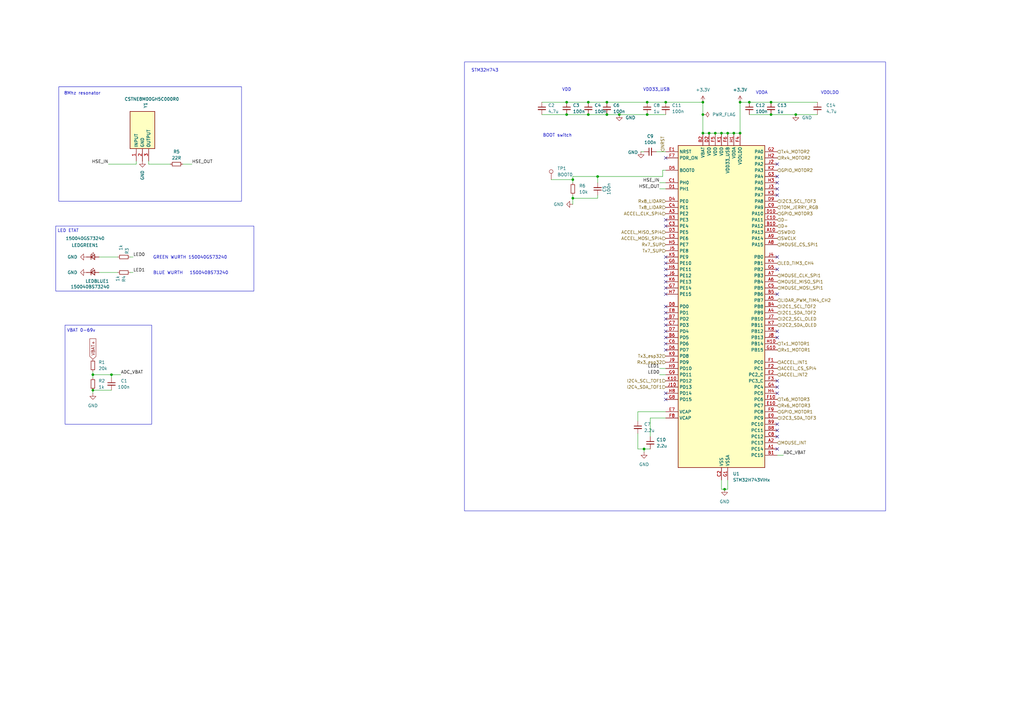
<source format=kicad_sch>
(kicad_sch (version 20250114) (generator "eeschema") (generator_version "9.0")
  (paper "A3")
  (lib_symbols
    (symbol "Connector:TestPoint" (pin_numbers (hide yes)) (pin_names (offset 0.762) (hide yes))
      (property "Reference" "TP" (at 0 6.858 0))
      (property "Value" "TestPoint" (at 0 5.08 0))
      (symbol "TestPoint_0_1"
        (circle (center 0 3.302) (radius 0.762))
      )
      (symbol "TestPoint_1_1"
        (pin passive line (at 0 0 90) (length 2.54) (name "1") (number "1"))
      )
    )
    (symbol "Device:C_Small" (pin_numbers (hide yes)) (pin_names (offset 0.254) (hide yes))
      (property "Reference" "C" (at 0.254 1.778 0))
      (property "Value" "C_Small" (at 0.254 -2.032 0))
      (symbol "C_Small_0_1"
        (polyline (pts (xy -1.524 0.508) (xy 1.524 0.508)) (stroke (width 0.3048)))
        (polyline (pts (xy -1.524 -0.508) (xy 1.524 -0.508)) (stroke (width 0.3302)))
      )
      (symbol "C_Small_1_1"
        (pin passive line (at 0 2.54 270) (length 2.032) (name "~") (number "1"))
        (pin passive line (at 0 -2.54 90) (length 2.032) (name "~") (number "2"))
      )
    )
    (symbol "Device:LED_Small" (pin_numbers (hide yes)) (pin_names (offset 0.254) (hide yes))
      (property "Reference" "D" (at -1.27 3.175 0))
      (property "Value" "LED_Small" (at -4.445 -2.54 0))
      (symbol "LED_Small_0_1"
        (polyline (pts (xy -0.762 -1.016) (xy -0.762 1.016)) (stroke (width 0.254)))
        (polyline (pts (xy 0 0.762) (xy -0.508 1.27) (xy -0.254 1.27) (xy -0.508 1.27) (xy -0.508 1.016)))
        (polyline (pts (xy 0.508 1.27) (xy 0 1.778) (xy 0.254 1.778) (xy 0 1.778) (xy 0 1.524)))
        (polyline (pts (xy 0.762 -1.016) (xy -0.762 0) (xy 0.762 1.016) (xy 0.762 -1.016)) (stroke (width 0.254)))
        (polyline (pts (xy 1.016 0) (xy -0.762 0)))
      )
      (symbol "LED_Small_1_1"
        (pin passive line (at -2.54 0 0) (length 1.778) (name "K") (number "1"))
        (pin passive line (at 2.54 0 180) (length 1.778) (name "A") (number "2"))
      )
    )
    (symbol "Device:R_Small" (pin_numbers (hide yes)) (pin_names (offset 0.254) (hide yes))
      (property "Reference" "R" (at 0.762 0.508 0))
      (property "Value" "R_Small" (at 0.762 -1.016 0))
      (symbol "R_Small_0_1"
        (rectangle (start -0.762 1.778) (end 0.762 -1.778) (stroke (width 0.2032)))
      )
      (symbol "R_Small_1_1"
        (pin passive line (at 0 2.54 270) (length 0.762) (name "~") (number "1"))
        (pin passive line (at 0 -2.54 90) (length 0.762) (name "~") (number "2"))
      )
    )
    (symbol "LED_Small_1" (pin_numbers (hide yes)) (pin_names (offset 0.254) (hide yes))
      (property "Reference" "D" (at -1.27 3.175 0))
      (property "Value" "LED_Small" (at -4.445 -2.54 0))
      (symbol "LED_Small_1_0_1"
        (polyline (pts (xy -0.762 -1.016) (xy -0.762 1.016)) (stroke (width 0.254)))
        (polyline (pts (xy 0 0.762) (xy -0.508 1.27) (xy -0.254 1.27) (xy -0.508 1.27) (xy -0.508 1.016)))
        (polyline (pts (xy 0.508 1.27) (xy 0 1.778) (xy 0.254 1.778) (xy 0 1.778) (xy 0 1.524)))
        (polyline (pts (xy 0.762 -1.016) (xy -0.762 0) (xy 0.762 1.016) (xy 0.762 -1.016)) (stroke (width 0.254)))
        (polyline (pts (xy 1.016 0) (xy -0.762 0)))
      )
      (symbol "LED_Small_1_1_1"
        (pin passive line (at -2.54 0 0) (length 1.778) (name "K") (number "1"))
        (pin passive line (at 2.54 0 180) (length 1.778) (name "A") (number "2"))
      )
    )
    (symbol "MCU_ST_STM32H7:STM32H743VIHx"
      (property "Reference" "U" (at -17.78 67.31 0))
      (property "Value" "STM32H743VIHx" (at 10.16 67.31 0))
      (symbol "STM32H743VIHx_0_1"
        (rectangle (start -17.78 -66.04) (end 17.78 66.04) (stroke (width 0.254)) (fill (type background)))
      )
      (symbol "STM32H743VIHx_1_1"
        (pin input line (at -22.86 63.5 0) (length 5.08) (name "NRST") (number "E1"))
        (pin input line (at -22.86 60.96 0) (length 5.08) (name "PDR_ON") (number "F7"))
        (pin input line (at -22.86 55.88 0) (length 5.08) (name "BOOT0") (number "D5"))
        (pin bidirectional line (at -22.86 50.8 0) (length 5.08) (name "PH0") (number "C1"))
        (pin bidirectional line (at -22.86 48.26 0) (length 5.08) (name "PH1") (number "D1"))
        (pin bidirectional line (at -22.86 43.18 0) (length 5.08) (name "PE0") (number "D4"))
        (pin bidirectional line (at -22.86 40.64 0) (length 5.08) (name "PE1") (number "C4"))
        (pin bidirectional line (at -22.86 38.1 0) (length 5.08) (name "PE2") (number "A3"))
        (pin bidirectional line (at -22.86 35.56 0) (length 5.08) (name "PE3") (number "B3"))
        (pin bidirectional line (at -22.86 33.02 0) (length 5.08) (name "PE4") (number "C3"))
        (pin bidirectional line (at -22.86 30.48 0) (length 5.08) (name "PE5") (number "D3"))
        (pin bidirectional line (at -22.86 27.94 0) (length 5.08) (name "PE6") (number "E3"))
        (pin bidirectional line (at -22.86 25.4 0) (length 5.08) (name "PE7") (number "H5"))
        (pin bidirectional line (at -22.86 22.86 0) (length 5.08) (name "PE8") (number "J5"))
        (pin bidirectional line (at -22.86 20.32 0) (length 5.08) (name "PE9") (number "K5"))
        (pin bidirectional line (at -22.86 17.78 0) (length 5.08) (name "PE10") (number "G6"))
        (pin bidirectional line (at -22.86 15.24 0) (length 5.08) (name "PE11") (number "H6"))
        (pin bidirectional line (at -22.86 12.7 0) (length 5.08) (name "PE12") (number "J6"))
        (pin bidirectional line (at -22.86 10.16 0) (length 5.08) (name "PE13") (number "K6"))
        (pin bidirectional line (at -22.86 7.62 0) (length 5.08) (name "PE14") (number "G7"))
        (pin bidirectional line (at -22.86 5.08 0) (length 5.08) (name "PE15") (number "H7"))
        (pin bidirectional line (at -22.86 0 0) (length 5.08) (name "PD0") (number "D8"))
        (pin bidirectional line (at -22.86 -2.54 0) (length 5.08) (name "PD1") (number "E8"))
        (pin bidirectional line (at -22.86 -5.08 0) (length 5.08) (name "PD2") (number "B7"))
        (pin bidirectional line (at -22.86 -7.62 0) (length 5.08) (name "PD3") (number "C7"))
        (pin bidirectional line (at -22.86 -10.16 0) (length 5.08) (name "PD4") (number "D7"))
        (pin bidirectional line (at -22.86 -12.7 0) (length 5.08) (name "PD5") (number "B6"))
        (pin bidirectional line (at -22.86 -15.24 0) (length 5.08) (name "PD6") (number "C6"))
        (pin bidirectional line (at -22.86 -17.78 0) (length 5.08) (name "PD7") (number "D6"))
        (pin bidirectional line (at -22.86 -20.32 0) (length 5.08) (name "PD8") (number "K9"))
        (pin bidirectional line (at -22.86 -22.86 0) (length 5.08) (name "PD9") (number "J9"))
        (pin bidirectional line (at -22.86 -25.4 0) (length 5.08) (name "PD10") (number "H9"))
        (pin bidirectional line (at -22.86 -27.94 0) (length 5.08) (name "PD11") (number "G9"))
        (pin bidirectional line (at -22.86 -30.48 0) (length 5.08) (name "PD12") (number "K10"))
        (pin bidirectional line (at -22.86 -33.02 0) (length 5.08) (name "PD13") (number "J10"))
        (pin bidirectional line (at -22.86 -35.56 0) (length 5.08) (name "PD14") (number "H8"))
        (pin bidirectional line (at -22.86 -38.1 0) (length 5.08) (name "PD15") (number "G8"))
        (pin power_out line (at -22.86 -43.18 0) (length 5.08) (name "VCAP") (number "E7"))
        (pin power_out line (at -22.86 -45.72 0) (length 5.08) (name "VCAP") (number "F8"))
        (pin power_in line (at -7.62 71.12 270) (length 5.08) (name "VBAT") (number "B2"))
        (pin power_in line (at -5.08 71.12 270) (length 5.08) (name "VDD") (number "D2"))
        (pin power_in line (at -2.54 71.12 270) (length 5.08) (name "VDD") (number "F5"))
        (pin power_in line (at 0 71.12 270) (length 5.08) (name "VDD") (number "K1"))
        (pin power_in line (at 0 -71.12 90) (length 5.08) (name "VSS") (number "C2"))
        (pin passive line (at 0 -71.12 90) (length 5.08) (hide yes) (name "VSS") (number "E4"))
        (pin passive line (at 0 -71.12 90) (length 5.08) (hide yes) (name "VSS") (number "E5"))
        (pin passive line (at 0 -71.12 90) (length 5.08) (hide yes) (name "VSS") (number "E6"))
        (pin passive line (at 0 -71.12 90) (length 5.08) (hide yes) (name "VSS") (number "J1"))
        (pin power_in line (at 2.54 71.12 270) (length 5.08) (name "VDD33_USB") (number "F6"))
        (pin power_in line (at 2.54 -71.12 90) (length 5.08) (name "VSSA") (number "G1"))
        (pin power_in line (at 5.08 71.12 270) (length 5.08) (name "VDDA") (number "H1"))
        (pin power_in line (at 7.62 71.12 270) (length 5.08) (name "VDDLDO") (number "F4"))
        (pin bidirectional line (at 22.86 63.5 180) (length 5.08) (name "PA0") (number "G2"))
        (pin bidirectional line (at 22.86 60.96 180) (length 5.08) (name "PA1") (number "H2"))
        (pin bidirectional line (at 22.86 58.42 180) (length 5.08) (name "PA2") (number "J2"))
        (pin bidirectional line (at 22.86 55.88 180) (length 5.08) (name "PA3") (number "K2"))
        (pin bidirectional line (at 22.86 53.34 180) (length 5.08) (name "PA4") (number "G3"))
        (pin bidirectional line (at 22.86 50.8 180) (length 5.08) (name "PA5") (number "H3"))
        (pin bidirectional line (at 22.86 48.26 180) (length 5.08) (name "PA6") (number "J3"))
        (pin bidirectional line (at 22.86 45.72 180) (length 5.08) (name "PA7") (number "K3"))
        (pin bidirectional line (at 22.86 43.18 180) (length 5.08) (name "PA8") (number "D9"))
        (pin bidirectional line (at 22.86 40.64 180) (length 5.08) (name "PA9") (number "C9"))
        (pin bidirectional line (at 22.86 38.1 180) (length 5.08) (name "PA10") (number "D10"))
        (pin bidirectional line (at 22.86 35.56 180) (length 5.08) (name "PA11") (number "C10"))
        (pin bidirectional line (at 22.86 33.02 180) (length 5.08) (name "PA12") (number "B10"))
        (pin bidirectional line (at 22.86 30.48 180) (length 5.08) (name "PA13") (number "A10"))
        (pin bidirectional line (at 22.86 27.94 180) (length 5.08) (name "PA14") (number "A9"))
        (pin bidirectional line (at 22.86 25.4 180) (length 5.08) (name "PA15") (number "A8"))
        (pin bidirectional line (at 22.86 20.32 180) (length 5.08) (name "PB0") (number "J4"))
        (pin bidirectional line (at 22.86 17.78 180) (length 5.08) (name "PB1") (number "K4"))
        (pin bidirectional line (at 22.86 15.24 180) (length 5.08) (name "PB2") (number "G5"))
        (pin bidirectional line (at 22.86 12.7 180) (length 5.08) (name "PB3") (number "A7"))
        (pin bidirectional line (at 22.86 10.16 180) (length 5.08) (name "PB4") (number "A6"))
        (pin bidirectional line (at 22.86 7.62 180) (length 5.08) (name "PB5") (number "C5"))
        (pin bidirectional line (at 22.86 5.08 180) (length 5.08) (name "PB6") (number "B5"))
        (pin bidirectional line (at 22.86 2.54 180) (length 5.08) (name "PB7") (number "A5"))
        (pin bidirectional line (at 22.86 0 180) (length 5.08) (name "PB8") (number "B4"))
        (pin bidirectional line (at 22.86 -2.54 180) (length 5.08) (name "PB9") (number "A4"))
        (pin bidirectional line (at 22.86 -5.08 180) (length 5.08) (name "PB10") (number "J7"))
        (pin bidirectional line (at 22.86 -7.62 180) (length 5.08) (name "PB11") (number "K7"))
        (pin bidirectional line (at 22.86 -10.16 180) (length 5.08) (name "PB12") (number "K8"))
        (pin bidirectional line (at 22.86 -12.7 180) (length 5.08) (name "PB13") (number "J8"))
        (pin bidirectional line (at 22.86 -15.24 180) (length 5.08) (name "PB14") (number "H10"))
        (pin bidirectional line (at 22.86 -17.78 180) (length 5.08) (name "PB15") (number "G10"))
        (pin bidirectional line (at 22.86 -22.86 180) (length 5.08) (name "PC0") (number "F1"))
        (pin bidirectional line (at 22.86 -25.4 180) (length 5.08) (name "PC1") (number "F2"))
        (pin bidirectional line (at 22.86 -27.94 180) (length 5.08) (name "PC2_C") (number "E2"))
        (pin bidirectional line (at 22.86 -30.48 180) (length 5.08) (name "PC3_C") (number "F3"))
        (pin bidirectional line (at 22.86 -33.02 180) (length 5.08) (name "PC4") (number "G4"))
        (pin bidirectional line (at 22.86 -35.56 180) (length 5.08) (name "PC5") (number "H4"))
        (pin bidirectional line (at 22.86 -38.1 180) (length 5.08) (name "PC6") (number "F10"))
        (pin bidirectional line (at 22.86 -40.64 180) (length 5.08) (name "PC7") (number "E10"))
        (pin bidirectional line (at 22.86 -43.18 180) (length 5.08) (name "PC8") (number "F9"))
        (pin bidirectional line (at 22.86 -45.72 180) (length 5.08) (name "PC9") (number "E9"))
        (pin bidirectional line (at 22.86 -48.26 180) (length 5.08) (name "PC10") (number "B9"))
        (pin bidirectional line (at 22.86 -50.8 180) (length 5.08) (name "PC11") (number "B8"))
        (pin bidirectional line (at 22.86 -53.34 180) (length 5.08) (name "PC12") (number "C8"))
        (pin bidirectional line (at 22.86 -55.88 180) (length 5.08) (name "PC13") (number "A2"))
        (pin bidirectional line (at 22.86 -58.42 180) (length 5.08) (name "PC14") (number "A1"))
        (pin bidirectional line (at 22.86 -60.96 180) (length 5.08) (name "PC15") (number "B1"))
      )
    )
    (symbol "power:+3.3V" (power) (pin_numbers (hide yes)) (pin_names (offset 0) (hide yes))
      (property "Value" "+3.3V" (at 0 3.556 0))
      (symbol "+3.3V_0_1"
        (polyline (pts (xy -0.762 1.27) (xy 0 2.54)))
        (polyline (pts (xy 0 2.54) (xy 0.762 1.27)))
        (polyline (pts (xy 0 0) (xy 0 2.54)))
      )
      (symbol "+3.3V_1_1"
        (pin power_in line (at 0 0 90) (length 0) (name "~") (number "1"))
      )
    )
    (symbol "power:GND" (power) (pin_numbers (hide yes)) (pin_names (offset 0) (hide yes))
      (property "Value" "GND" (at 0 -3.81 0))
      (symbol "GND_0_1"
        (polyline (pts (xy 0 0) (xy 0 -1.27) (xy 1.27 -1.27) (xy 0 -2.54) (xy -1.27 -1.27) (xy 0 -1.27)))
      )
      (symbol "GND_1_1"
        (pin power_in line (at 0 0 270) (length 0) (name "~") (number "1"))
      )
    )
    (symbol "power:PWR_FLAG" (power) (pin_numbers (hide yes)) (pin_names (offset 0) (hide yes))
      (property "Value" "PWR_FLAG" (at 0 3.81 0))
      (symbol "PWR_FLAG_0_0"
        (pin power_out line (at 0 0 90) (length 0) (name "~") (number "1"))
      )
      (symbol "PWR_FLAG_0_1"
        (polyline (pts (xy 0 0) (xy 0 1.27) (xy -1.016 1.905) (xy 0 2.54) (xy 1.016 1.905) (xy 0 1.27)))
      )
    )
    (symbol "samacsys:CSTNE8M00GH5C000R0"
      (property "Reference" "Y" (at 21.59 7.62 0))
      (property "Value" "CSTNE8M00GH5C000R0" (at 21.59 5.08 0))
      (symbol "CSTNE8M00GH5C000R0_1_1"
        (rectangle (start 5.08 2.54) (end 20.32 -7.62) (stroke (width 0.254)) (fill (type background)))
        (pin passive line (at 0 0 0) (length 5.08) (name "OUTPUT") (number "3"))
        (pin passive line (at 0 -2.54 0) (length 5.08) (name "GND") (number "2"))
        (pin passive line (at 0 -5.08 0) (length 5.08) (name "INPUT") (number "1"))
      )
    )
  )
  (rectangle (start 26.67 133.35) (end 62.23 173.99))
  (rectangle (start 190.5 25.4) (end 363.22 209.55))
  (rectangle (start 22.86 92.71) (end 104.14 119.38))
  (rectangle (start 24.13 35.56) (end 99.06 82.55))
  (text "8Mhz resonator\n" (at 33.782 38.354 0) (effects (font (size 1.27 1.27))))
  (text "STM32H743" (at 198.882 28.956 0) (effects (font (size 1.27 1.27))))
  (text "VDD" (at 232.41 36.83 0) (effects (font (size 1.27 1.27))))
  (text "GREEN WURTH 150040GS73240" (at 77.978 105.664 0) (effects (font (size 1.27 1.27))))
  (text "VDDA" (at 312.42 38.1 0) (effects (font (size 1.27 1.27))))
  (text "BOOT switch" (at 228.6 55.626 0) (effects (font (size 1.27 1.27))))
  (text "LED ETAT" (at 27.94 94.742 0) (effects (font (size 1.27 1.27))))
  (text "VDD33_USB" (at 269.24 36.83 0) (effects (font (size 1.27 1.27))))
  (text "VBAT 0-69v" (at 33.274 135.636 0) (effects (font (size 1.27 1.27))))
  (text "BLUE WURTH 	150040BS73240" (at 78.232 112.014 0) (effects (font (size 1.27 1.27))))
  (text "VDDLDO" (at 340.36 38.1 0) (effects (font (size 1.27 1.27))))
  (junction (at 300.99 54.61))
  (junction (at 316.23 41.91))
  (junction (at 38.1 153.67))
  (junction (at 241.3 46.99))
  (junction (at 38.1 160.02))
  (junction (at 326.39 46.99))
  (junction (at 293.37 54.61))
  (junction (at 234.95 81.28))
  (junction (at 245.11 72.39))
  (junction (at 303.53 41.91))
  (junction (at 288.29 54.61))
  (junction (at 248.92 46.99))
  (junction (at 288.29 46.99))
  (junction (at 290.83 54.61))
  (junction (at 316.23 46.99))
  (junction (at 298.45 54.61))
  (junction (at 273.05 41.91))
  (junction (at 254 46.99))
  (junction (at 248.92 41.91))
  (junction (at 45.72 153.67))
  (junction (at 303.53 54.61))
  (junction (at 265.43 41.91))
  (junction (at 265.43 46.99))
  (junction (at 234.95 73.66))
  (junction (at 307.34 41.91))
  (junction (at 241.3 41.91))
  (junction (at 288.29 41.91))
  (junction (at 264.16 184.15))
  (junction (at 295.91 54.61))
  (junction (at 232.41 41.91))
  (junction (at 297.18 200.66))
  (junction (at 232.41 46.99))
  (no_connect (at 318.77 74.93))
  (no_connect (at 273.05 138.43))
  (no_connect (at 273.05 163.83))
  (no_connect (at 273.05 130.81))
  (no_connect (at 318.77 110.49))
  (no_connect (at 273.05 107.95))
  (no_connect (at 318.77 138.43))
  (no_connect (at 318.77 156.21))
  (no_connect (at 318.77 120.65))
  (no_connect (at 273.05 105.41))
  (no_connect (at 273.05 125.73))
  (no_connect (at 273.05 140.97))
  (no_connect (at 318.77 161.29))
  (no_connect (at 273.05 128.27))
  (no_connect (at 318.77 105.41))
  (no_connect (at 273.05 120.65))
  (no_connect (at 318.77 158.75))
  (no_connect (at 273.05 113.03))
  (no_connect (at 318.77 176.53))
  (no_connect (at 273.05 118.11))
  (no_connect (at 273.05 64.77))
  (no_connect (at 318.77 179.07))
  (no_connect (at 318.77 72.39))
  (no_connect (at 273.05 161.29))
  (no_connect (at 318.77 67.31))
  (no_connect (at 273.05 133.35))
  (no_connect (at 318.77 173.99))
  (no_connect (at 273.05 143.51))
  (no_connect (at 318.77 184.15))
  (no_connect (at 318.77 135.89))
  (no_connect (at 318.77 77.47))
  (no_connect (at 318.77 80.01))
  (no_connect (at 273.05 92.71))
  (no_connect (at 273.05 115.57))
  (no_connect (at 273.05 135.89))
  (no_connect (at 273.05 90.17))
  (no_connect (at 273.05 110.49))
  (wire (pts (xy 44.45 67.31) (xy 55.88 67.31)))
  (wire (pts (xy 295.91 196.85) (xy 295.91 200.66)))
  (wire (pts (xy 316.23 46.99) (xy 326.39 46.99)))
  (wire (pts (xy 298.45 54.61) (xy 300.99 54.61)))
  (wire (pts (xy 300.99 54.61) (xy 303.53 54.61)))
  (wire (pts (xy 234.95 81.28) (xy 234.95 83.82)))
  (wire (pts (xy 40.64 111.76) (xy 48.26 111.76)))
  (wire (pts (xy 234.95 80.01) (xy 234.95 81.28)))
  (wire (pts (xy 54.61 105.41) (xy 53.34 105.41)))
  (wire (pts (xy 45.72 153.67) (xy 38.1 153.67)))
  (wire (pts (xy 316.23 41.91) (xy 335.28 41.91)))
  (wire (pts (xy 298.45 196.85) (xy 298.45 200.66)))
  (wire (pts (xy 38.1 161.29) (xy 38.1 160.02)))
  (wire (pts (xy 270.51 77.47) (xy 273.05 77.47)))
  (wire (pts (xy 273.05 168.91) (xy 261.62 168.91)))
  (wire (pts (xy 55.88 67.31) (xy 55.88 66.04)))
  (wire (pts (xy 265.43 46.99) (xy 273.05 46.99)))
  (wire (pts (xy 49.53 153.67) (xy 45.72 153.67)))
  (wire (pts (xy 307.34 41.91) (xy 303.53 41.91)))
  (wire (pts (xy 303.53 41.91) (xy 303.53 54.61)))
  (wire (pts (xy 273.05 171.45) (xy 266.7 171.45)))
  (wire (pts (xy 245.11 80.01) (xy 245.11 81.28)))
  (wire (pts (xy 266.7 184.15) (xy 264.16 184.15)))
  (wire (pts (xy 288.29 46.99) (xy 288.29 54.61)))
  (wire (pts (xy 261.62 184.15) (xy 261.62 177.8)))
  (wire (pts (xy 270.51 151.13) (xy 273.05 151.13)))
  (wire (pts (xy 261.62 168.91) (xy 261.62 172.72)))
  (wire (pts (xy 264.16 184.15) (xy 264.16 185.42)))
  (wire (pts (xy 321.31 186.69) (xy 318.77 186.69)))
  (wire (pts (xy 266.7 171.45) (xy 266.7 179.07)))
  (wire (pts (xy 54.61 111.76) (xy 53.34 111.76)))
  (wire (pts (xy 307.34 41.91) (xy 316.23 41.91)))
  (wire (pts (xy 232.41 41.91) (xy 241.3 41.91)))
  (wire (pts (xy 307.34 46.99) (xy 316.23 46.99)))
  (wire (pts (xy 288.29 54.61) (xy 290.83 54.61)))
  (wire (pts (xy 232.41 46.99) (xy 241.3 46.99)))
  (wire (pts (xy 295.91 200.66) (xy 297.18 200.66)))
  (wire (pts (xy 45.72 160.02) (xy 38.1 160.02)))
  (wire (pts (xy 248.92 41.91) (xy 265.43 41.91)))
  (wire (pts (xy 265.43 41.91) (xy 273.05 41.91)))
  (wire (pts (xy 222.25 46.99) (xy 232.41 46.99)))
  (wire (pts (xy 234.95 73.66) (xy 234.95 72.39)))
  (wire (pts (xy 271.78 69.85) (xy 273.05 69.85)))
  (wire (pts (xy 248.92 46.99) (xy 254 46.99)))
  (wire (pts (xy 60.96 67.31) (xy 60.96 66.04)))
  (wire (pts (xy 74.93 67.31) (xy 78.74 67.31)))
  (wire (pts (xy 245.11 72.39) (xy 245.11 74.93)))
  (wire (pts (xy 60.96 67.31) (xy 69.85 67.31)))
  (wire (pts (xy 290.83 54.61) (xy 293.37 54.61)))
  (wire (pts (xy 234.95 74.93) (xy 234.95 73.66)))
  (wire (pts (xy 262.89 62.23) (xy 264.16 62.23)))
  (wire (pts (xy 245.11 81.28) (xy 234.95 81.28)))
  (wire (pts (xy 295.91 54.61) (xy 298.45 54.61)))
  (wire (pts (xy 40.64 105.41) (xy 48.26 105.41)))
  (wire (pts (xy 270.51 153.67) (xy 273.05 153.67)))
  (wire (pts (xy 38.1 152.4) (xy 38.1 153.67)))
  (wire (pts (xy 222.25 41.91) (xy 232.41 41.91)))
  (wire (pts (xy 271.78 72.39) (xy 271.78 69.85)))
  (wire (pts (xy 326.39 46.99) (xy 335.28 46.99)))
  (wire (pts (xy 45.72 154.94) (xy 45.72 153.67)))
  (wire (pts (xy 270.51 74.93) (xy 273.05 74.93)))
  (wire (pts (xy 264.16 184.15) (xy 261.62 184.15)))
  (wire (pts (xy 241.3 41.91) (xy 248.92 41.91)))
  (wire (pts (xy 245.11 72.39) (xy 271.78 72.39)))
  (wire (pts (xy 273.05 41.91) (xy 288.29 41.91)))
  (wire (pts (xy 38.1 153.67) (xy 38.1 154.94)))
  (wire (pts (xy 298.45 200.66) (xy 297.18 200.66)))
  (wire (pts (xy 241.3 46.99) (xy 248.92 46.99)))
  (wire (pts (xy 269.24 62.23) (xy 273.05 62.23)))
  (wire (pts (xy 288.29 41.91) (xy 288.29 46.99)))
  (wire (pts (xy 293.37 54.61) (xy 295.91 54.61)))
  (wire (pts (xy 254 46.99) (xy 265.43 46.99)))
  (wire (pts (xy 226.06 73.66) (xy 234.95 73.66)))
  (wire (pts (xy 234.95 72.39) (xy 245.11 72.39)))
  (label "ADC_VBAT" (at 49.53 153.67 0))
  (label "ADC_VBAT" (at 321.31 186.69 0))
  (label "LED0" (at 270.51 153.67 180))
  (label "HSE_OUT" (at 270.51 77.47 180))
  (label "LED1" (at 270.51 151.13 180))
  (label "LED0" (at 54.61 105.41 0))
  (label "HSE_OUT" (at 78.74 67.31 0))
  (label "HSE_IN" (at 270.51 74.93 180))
  (label "LED1" (at 54.61 111.76 0))
  (label "HSE_IN" (at 44.45 67.31 180))
  (global_label "VBAT+" (shape input) (at 38.1 147.32 90) (property "Intersheetrefs" "${INTERSHEET_REFS}" (effects (hide yes))))
  (hierarchical_label "ACCEL_MISO_SPI4" (shape input) (at 273.05 95.25 180))
  (hierarchical_label "MOUSE_MISO_SPI1" (shape input) (at 318.77 115.57 0))
  (hierarchical_label "NRST" (shape input) (at 271.78 62.23 90))
  (hierarchical_label "I2C2_SDA_OLED" (shape input) (at 318.77 133.35 0))
  (hierarchical_label "Tx7_SUP" (shape input) (at 273.05 102.87 180))
  (hierarchical_label "Rx4_MOTOR2" (shape input) (at 318.77 64.77 0))
  (hierarchical_label "ACCEL_CLK_SPI4" (shape input) (at 273.05 87.63 180))
  (hierarchical_label "Tx6_MOTOR3" (shape input) (at 318.77 163.83 0))
  (hierarchical_label "Tx8_LIDAR" (shape input) (at 273.05 85.09 180))
  (hierarchical_label "D+" (shape input) (at 318.77 92.71 0))
  (hierarchical_label "Rx7_SUP" (shape input) (at 273.05 100.33 180))
  (hierarchical_label "MOUSE_CS_SPI1" (shape input) (at 318.77 100.33 0))
  (hierarchical_label "I2C1_SCL_TOF2" (shape input) (at 318.77 125.73 0))
  (hierarchical_label "I2C1_SDA_TOF2" (shape input) (at 318.77 128.27 0))
  (hierarchical_label "I2C3_SDA_TOF3" (shape input) (at 318.77 171.45 0))
  (hierarchical_label "MOUSE_CLK_SPI1" (shape input) (at 318.77 113.03 0))
  (hierarchical_label "I2C2_SCL_OLED" (shape input) (at 318.77 130.81 0))
  (hierarchical_label "I2C4_SCL_TOF1" (shape input) (at 273.05 156.21 180))
  (hierarchical_label "Tx3_esp32" (shape input) (at 273.05 146.05 180))
  (hierarchical_label "Tx4_MOTOR2" (shape input) (at 318.77 62.23 0))
  (hierarchical_label "Rx8_LIDAR" (shape input) (at 273.05 82.55 180))
  (hierarchical_label "GPIO_MOTOR2" (shape input) (at 318.77 69.85 0))
  (hierarchical_label "ACCEL_CS_SPI4" (shape input) (at 318.77 151.13 0))
  (hierarchical_label "GPIO_MOTOR1" (shape input) (at 318.77 168.91 0))
  (hierarchical_label "ACCEL_MOSI_SPI4" (shape input) (at 273.05 97.79 180))
  (hierarchical_label "Tx1_MOTOR1" (shape input) (at 318.77 140.97 0))
  (hierarchical_label "ACCEL_INT1" (shape input) (at 318.77 148.59 0))
  (hierarchical_label "I2C4_SDA_TOF1" (shape input) (at 273.05 158.75 180))
  (hierarchical_label "SWCLK" (shape input) (at 318.77 97.79 0))
  (hierarchical_label "Rx1_MOTOR1" (shape input) (at 318.77 143.51 0))
  (hierarchical_label "SWDIO" (shape input) (at 318.77 95.25 0))
  (hierarchical_label "ACCEL_INT2" (shape input) (at 318.77 153.67 0))
  (hierarchical_label "GPIO_MOTOR3" (shape input) (at 318.77 87.63 0))
  (hierarchical_label "Rx6_MOTOR3" (shape input) (at 318.77 166.37 0))
  (hierarchical_label "MOUSE_MOSI_SPI1" (shape input) (at 318.77 118.11 0))
  (hierarchical_label "LED_TIM3_CH4" (shape input) (at 318.77 107.95 0))
  (hierarchical_label "LIDAR_PWM_TIM4_CH2" (shape input) (at 318.77 123.19 0))
  (hierarchical_label "Rx3_esp32" (shape input) (at 273.05 148.59 180))
  (hierarchical_label "TOM_JERRY_RGB" (shape input) (at 318.77 85.09 0))
  (hierarchical_label "D-" (shape input) (at 318.77 90.17 0))
  (hierarchical_label "MOUSE_INT" (shape input) (at 318.77 181.61 0))
  (hierarchical_label "I2C3_SCL_TOF3" (shape input) (at 318.77 82.55 0))
  (symbol (lib_id "Device:C_Small") (at 232.41 44.45 0) (unit 1)
    (property "Reference" "C3" (at 234.95 43.1862 0) (effects (justify left)))
    (property "Value" "100n" (at 234.95 45.7262 0) (effects (justify left)))
    (property "Footprint" "samacsys:C_0201_custom" (effects (hide yes)))
    (property "Description" "Unpolarized capacitor, small symbol" (effects (hide yes)))
    (property "Manufacturer_Part_Number" "885012104005" (effects (hide yes)))
    (property "Mouser Part Number" "710-885012104005" (effects (hide yes)))
    (property "Manufacturer_Name" "Wurth Elektronik" (effects (hide yes)))
  )
  (symbol (lib_id "Device:R_Small") (at 50.8 111.76 270) (unit 1)
    (property "Reference" "R4" (at 50.8 113.03 0) (effects (justify left)))
    (property "Value" "1k" (at 48.26 113.03 0) (effects (justify left)))
    (property "Footprint" "Resistor_SMD:R_0201_0603Metric" (effects (hide yes)))
    (property "Description" "Resistor, small symbol" (effects (hide yes)))
    (property "Manufacturer_Part_Number" "ERJ-1GNF1001C" (effects (hide yes)))
    (property "Mouser Part Number" " 667-ERJ-1GNF1001C" (effects (hide yes)))
    (property "Manufacturer_Name" "Panasonic" (effects (hide yes)))
  )
  (symbol (lib_id "power:GND") (at 35.56 111.76 270) (unit 1)
    (property "Reference" "#PWR02" (effects (hide yes)))
    (property "Value" "GND" (at 31.75 111.76 90) (effects (justify right)))
    (property "Description" "Power symbol creates a global label with name \"GND\" , ground" (effects (hide yes)))
  )
  (symbol (lib_id "power:GND") (at 326.39 46.99 0) (unit 1)
    (property "Reference" "#PWR015" (effects (hide yes)))
    (property "Value" "GND" (at 328.93 48.2599 0) (effects (justify left)))
    (property "Description" "Power symbol creates a global label with name \"GND\" , ground" (effects (hide yes)))
  )
  (symbol (lib_id "power:GND") (at 254 46.99 0) (unit 1)
    (property "Reference" "#PWR09" (effects (hide yes)))
    (property "Value" "GND" (at 256.54 48.2599 0) (effects (justify left)))
    (property "Description" "Power symbol creates a global label with name \"GND\" , ground" (effects (hide yes)))
  )
  (symbol (lib_id "Device:R_Small") (at 234.95 77.47 0) (unit 1)
    (property "Reference" "R6" (at 237.49 76.1999 0) (effects (justify left)))
    (property "Value" "10k" (at 237.49 78.7399 0) (effects (justify left)))
    (property "Footprint" "samacsys:R_0201_custom" (effects (hide yes)))
    (property "Description" "Resistor, small symbol" (effects (hide yes)))
    (property "Manufacturer_Part_Number" "ERJ-1GNF1002C" (effects (hide yes)))
    (property "Mouser Part Number" "667-ERJ-1GNF1002C" (effects (hide yes)))
    (property "Manufacturer_Name" "Panasonic" (effects (hide yes)))
  )
  (symbol (lib_id "power:GND") (at 234.95 83.82 270) (unit 1)
    (property "Reference" "#PWR08" (effects (hide yes)))
    (property "Value" "GND" (at 231.14 83.8199 90) (effects (justify right)))
    (property "Description" "Power symbol creates a global label with name \"GND\" , ground" (effects (hide yes)))
  )
  (symbol (lib_id "Device:C_Small") (at 307.34 44.45 0) (unit 1)
    (property "Reference" "C12" (at 309.88 43.1862 0) (effects (justify left)))
    (property "Value" "100n" (at 309.88 45.7262 0) (effects (justify left)))
    (property "Footprint" "Capacitor_SMD:C_0201_0603Metric" (effects (hide yes)))
    (property "Description" "Unpolarized capacitor, small symbol" (effects (hide yes)))
    (property "Manufacturer_Part_Number" "885012104005" (effects (hide yes)))
    (property "Mouser Part Number" "710-885012104005" (effects (hide yes)))
    (property "Manufacturer_Name" "Wurth Elektronik" (effects (hide yes)))
  )
  (symbol (lib_id "power:GND") (at 38.1 161.29 0) (unit 1)
    (property "Reference" "#PWR03" (effects (hide yes)))
    (property "Value" "GND" (at 38.1 166.37 0))
    (property "Description" "Power symbol creates a global label with name \"GND\" , ground" (effects (hide yes)))
  )
  (symbol (lib_id "Device:C_Small") (at 248.92 44.45 0) (unit 1)
    (property "Reference" "C6" (at 251.46 43.1862 0) (effects (justify left)))
    (property "Value" "100n" (at 251.46 45.7262 0) (effects (justify left)))
    (property "Footprint" "Capacitor_SMD:C_0201_0603Metric" (effects (hide yes)))
    (property "Description" "Unpolarized capacitor, small symbol" (effects (hide yes)))
    (property "Manufacturer_Part_Number" "885012104005" (effects (hide yes)))
    (property "Mouser Part Number" "710-885012104005" (effects (hide yes)))
    (property "Manufacturer_Name" "Wurth Elektronik" (effects (hide yes)))
  )
  (symbol (lib_id "Device:C_Small") (at 261.62 175.26 0) (unit 1)
    (property "Reference" "C7" (at 264.16 173.9962 0) (effects (justify left)))
    (property "Value" "2.2u" (at 264.16 176.5362 0) (effects (justify left)))
    (property "Footprint" "Capacitor_SMD:C_0402_1005Metric" (effects (hide yes)))
    (property "Description" "Unpolarized capacitor, small symbol" (effects (hide yes)))
    (property "Manufacturer_Part_Number" "885012105007" (effects (hide yes)))
    (property "Mouser Part Number" "710-885012105007" (effects (hide yes)))
    (property "Manufacturer_Name" "Wurth Elektronik" (effects (hide yes)))
  )
  (symbol (lib_id "Device:R_Small") (at 38.1 149.86 0) (unit 1)
    (property "Reference" "R1" (at 40.386 148.5899 0) (effects (justify left)))
    (property "Value" "20k" (at 40.386 151.1299 0) (effects (justify left)))
    (property "Footprint" "Resistor_SMD:R_0201_0603Metric" (effects (hide yes)))
    (property "Description" "Resistor, small symbol" (effects (hide yes)))
    (property "Manufacturer_Part_Number" "ERJ-1GNF2002C" (effects (hide yes)))
    (property "Mouser Part Number" "667-ERJ-1GNF2002C" (effects (hide yes)))
    (property "Manufacturer_Name" "Panasonic" (effects (hide yes)))
  )
  (symbol (lib_id "Device:C_Small") (at 335.28 44.45 0) (unit 1)
    (property "Reference" "C14" (at 338.836 43.1862 0) (effects (justify left)))
    (property "Value" "4.7u" (at 338.836 45.7262 0) (effects (justify left)))
    (property "Footprint" "Capacitor_SMD:C_0402_1005Metric" (effects (hide yes)))
    (property "Description" "Unpolarized capacitor, small symbol" (effects (hide yes)))
    (property "Manufacturer_Name" "Wurth Elektronik" (effects (hide yes)))
    (property "Manufacturer_Part_Number" "885012105008" (effects (hide yes)))
    (property "Mouser Part Number" "710-885012105008" (effects (hide yes)))
  )
  (symbol (lib_id "Device:C_Small") (at 222.25 44.45 0) (unit 1)
    (property "Reference" "C2" (at 224.79 43.1862 0) (effects (justify left)))
    (property "Value" "4.7u" (at 224.79 45.7262 0) (effects (justify left)))
    (property "Footprint" "Capacitor_SMD:C_0402_1005Metric" (effects (hide yes)))
    (property "Description" "Unpolarized capacitor, small symbol" (effects (hide yes)))
    (property "Manufacturer_Name" "Wurth Elektronik" (effects (hide yes)))
    (property "Manufacturer_Part_Number" "885012105008" (effects (hide yes)))
    (property "Mouser Part Number" "710-885012105008" (effects (hide yes)))
  )
  (symbol (lib_id "Device:C_Small") (at 45.72 157.48 0) (unit 1)
    (property "Reference" "C1" (at 49.53 156.21 0) (effects (justify left)))
    (property "Value" "100n" (at 48.26 158.75 0) (effects (justify left)))
    (property "Footprint" "samacsys:C_0201_custom" (effects (hide yes)))
    (property "Description" "Unpolarized capacitor, small symbol" (effects (hide yes)))
    (property "Manufacturer_Part_Number" "885012104005" (effects (hide yes)))
    (property "Mouser Part Number" "710-885012104005" (effects (hide yes)))
    (property "Manufacturer_Name" "Wurth Elektronik" (effects (hide yes)))
  )
  (symbol (lib_id "Device:C_Small") (at 241.3 44.45 0) (unit 1)
    (property "Reference" "C4" (at 243.84 43.1862 0) (effects (justify left)))
    (property "Value" "100n" (at 243.84 45.7262 0) (effects (justify left)))
    (property "Footprint" "Capacitor_SMD:C_0201_0603Metric" (effects (hide yes)))
    (property "Description" "Unpolarized capacitor, small symbol" (effects (hide yes)))
    (property "Manufacturer_Part_Number" "885012104005" (effects (hide yes)))
    (property "Mouser Part Number" "710-885012104005" (effects (hide yes)))
    (property "Manufacturer_Name" "Wurth Elektronik" (effects (hide yes)))
  )
  (symbol (lib_id "power:GND") (at 262.89 62.23 0) (unit 1)
    (property "Reference" "#PWR010" (effects (hide yes)))
    (property "Value" "GND" (at 257.556 62.484 0) (effects (justify left)))
    (property "Description" "Power symbol creates a global label with name \"GND\" , ground" (effects (hide yes)))
  )
  (symbol (lib_id "Device:C_Small") (at 273.05 44.45 0) (unit 1)
    (property "Reference" "C11" (at 275.59 43.1862 0) (effects (justify left)))
    (property "Value" "100n" (at 275.59 45.7262 0) (effects (justify left)))
    (property "Footprint" "Capacitor_SMD:C_0201_0603Metric" (effects (hide yes)))
    (property "Description" "Unpolarized capacitor, small symbol" (effects (hide yes)))
    (property "Manufacturer_Part_Number" "885012104005" (effects (hide yes)))
    (property "Mouser Part Number" "710-885012104005" (effects (hide yes)))
    (property "Manufacturer_Name" "Wurth Elektronik" (effects (hide yes)))
  )
  (symbol (lib_id "samacsys:CSTNE8M00GH5C000R0") (at 60.96 66.04 270) (mirror x) (unit 1)
    (property "Reference" "Y1" (at 59.6901 44.45 0) (effects (justify left)))
    (property "Value" "CSTNE8M00GH5C000R0" (at 51.054 40.64 90) (effects (justify left)))
    (property "Footprint" "samacsys:CSTNE12M0GH5L000R0" (effects (hide yes)))
    (property "Datasheet" "https://www.murata.com/en-us/products/productdetail.aspx?cate=cgsubResonators&partno=CSTNE8M00GH5C000R0" (effects (hide yes)))
    (property "Description" "Resonators 8.0000MHz 33pF SMD CHP Rsntr 0.07% AUTO" (effects (hide yes)))
    (property "Height" "0.8" (effects (hide yes)))
    (property "Mouser Part Number" "81-CSTNE8M00GH5C000R" (effects (hide yes)))
    (property "Mouser Price/Stock" "https://www.mouser.co.uk/ProductDetail/Murata-Electronics/CSTNE8M00GH5C000R0?qs=y6ZabgHbY%252ByuG8XwUR67qA%3D%3D" (effects (hide yes)))
    (property "Manufacturer_Name" "Murata Electronics" (effects (hide yes)))
    (property "Manufacturer_Part_Number" "CSTNE8M00GH5C000R0" (effects (hide yes)))
  )
  (symbol (lib_id "Connector:TestPoint") (at 226.06 73.66 0) (unit 1)
    (property "Reference" "TP1" (at 228.6 69.0879 0) (effects (justify left)))
    (property "Value" "BOOT0" (at 228.6 71.6279 0) (effects (justify left)))
    (property "Footprint" "samacsys:pad_0.7mm" (effects (hide yes)))
    (property "Description" "test point" (effects (hide yes)))
  )
  (symbol (lib_id "MCU_ST_STM32H7:STM32H743VIHx") (at 295.91 125.73 0) (unit 1)
    (property "Reference" "U1" (at 300.5933 194.31 0) (effects (justify left)))
    (property "Value" "STM32H743VIHx" (at 300.5933 196.85 0) (effects (justify left)))
    (property "Footprint" "Package_BGA:TFBGA-100_8x8mm_Layout10x10_P0.8mm" (effects (hide yes)))
    (property "Datasheet" "https://www.st.com/resource/en/datasheet/stm32h743vi.pdf" (effects (hide yes)))
    (property "Description" "STMicroelectronics Arm Cortex-M7 MCU, 2048KB flash, 1024KB RAM, 480 MHz, 1.71-3.6V, 82 GPIO, TFBGA100" (effects (hide yes)))
    (property "Manufacturer_Name" "STMicroelectronics" (effects (hide yes)))
    (property "Manufacturer_Part_Number" "STM32H743VIH6" (effects (hide yes)))
    (property "Mouser Part Number" "511-STM32H743VIH6" (effects (hide yes)))
  )
  (symbol (lib_id "power:+3.3V") (at 288.29 41.91 0) (unit 1)
    (property "Reference" "#PWR012" (effects (hide yes)))
    (property "Value" "+3.3V" (at 288.29 36.83 0))
    (property "Description" "Power symbol creates a global label with name \"+3.3V\"" (effects (hide yes)))
  )
  (symbol (lib_id "power:+3.3V") (at 303.53 41.91 0) (unit 1)
    (property "Reference" "#PWR014" (effects (hide yes)))
    (property "Value" "+3.3V" (at 303.53 36.83 0))
    (property "Description" "Power symbol creates a global label with name \"+3.3V\"" (effects (hide yes)))
  )
  (symbol (lib_id "Device:C_Small") (at 316.23 44.45 0) (unit 1)
    (property "Reference" "C13" (at 318.77 43.1862 0) (effects (justify left)))
    (property "Value" "1u" (at 318.77 45.7262 0) (effects (justify left)))
    (property "Footprint" "Capacitor_SMD:C_0402_1005Metric" (effects (hide yes)))
    (property "Description" "Unpolarized capacitor, small symbol" (effects (hide yes)))
    (property "Manufacturer_Part_Number" "885012105012 " (effects (hide yes)))
    (property "Mouser Part Number" "710-885012105012 " (effects (hide yes)))
    (property "Manufacturer_Name" "Wurth Elektronik" (effects (hide yes)))
  )
  (symbol (lib_id "Device:R_Small") (at 50.8 105.41 270) (unit 1)
    (property "Reference" "R3" (at 52.07 101.6 0) (effects (justify left)))
    (property "Value" "1k" (at 49.53 100.33 0) (effects (justify left)))
    (property "Footprint" "Resistor_SMD:R_0201_0603Metric" (effects (hide yes)))
    (property "Description" "Resistor, small symbol" (effects (hide yes)))
    (property "Manufacturer_Part_Number" "ERJ-1GNF1001C" (effects (hide yes)))
    (property "Mouser Part Number" " 667-ERJ-1GNF1001C" (effects (hide yes)))
    (property "Manufacturer_Name" "Panasonic" (effects (hide yes)))
  )
  (symbol (lib_id "power:GND") (at 264.16 185.42 0) (unit 1)
    (property "Reference" "#PWR011" (effects (hide yes)))
    (property "Value" "GND" (at 264.16 190.5 0))
    (property "Description" "Power symbol creates a global label with name \"GND\" , ground" (effects (hide yes)))
  )
  (symbol (lib_id "Device:C_Small") (at 245.11 77.47 180) (unit 1)
    (property "Reference" "C5" (at 247.904 77.47 90))
    (property "Value" "100n" (at 249.682 77.47 90))
    (property "Footprint" "samacsys:C_0201_custom" (effects (hide yes)))
    (property "Description" "Unpolarized capacitor, small symbol" (effects (hide yes)))
    (property "Manufacturer_Part_Number" "885012104005" (effects (hide yes)))
    (property "Mouser Part Number" "710-885012104005" (effects (hide yes)))
    (property "Manufacturer_Name" "Wurth Elektronik" (effects (hide yes)))
  )
  (symbol (lib_name "LED_Small_1") (lib_id "Device:LED_Small") (at 38.1 105.41 0) (unit 1)
    (property "Reference" "LEDGREEN1" (at 40.386 100.584 0) (effects (justify right)))
    (property "Value" "150040GS73240" (at 42.926 97.79 0) (effects (justify right)))
    (property "Footprint" "LED_SMD:LED_0402_1005Metric" (effects (hide yes)))
    (property "Description" "Light emitting diode, small symbol" (effects (hide yes)))
    (property "Sim.Pin" "1=K 2=A" (effects (hide yes)))
    (property "Manufacturer_Name" "Wurth Elektronik" (effects (hide yes)))
    (property "Manufacturer_Part_Number" "150040GS73240" (effects (hide yes)))
    (property "Mouser Part Number" "710-150040GS73240" (effects (hide yes)))
  )
  (symbol (lib_id "Device:R_Small") (at 38.1 157.48 0) (unit 1)
    (property "Reference" "R2" (at 40.386 156.2099 0) (effects (justify left)))
    (property "Value" "1k" (at 40.386 158.7499 0) (effects (justify left)))
    (property "Footprint" "samacsys:R_0201_custom" (effects (hide yes)))
    (property "Description" "Resistor, small symbol" (effects (hide yes)))
    (property "Manufacturer_Part_Number" "ERJ-1GNF1001C" (effects (hide yes)))
    (property "Mouser Part Number" " 667-ERJ-1GNF1001C" (effects (hide yes)))
    (property "Manufacturer_Name" "Panasonic" (effects (hide yes)))
  )
  (symbol (lib_id "power:GND") (at 58.42 66.04 0) (unit 1)
    (property "Reference" "#PWR04" (effects (hide yes)))
    (property "Value" "GND" (at 58.4199 69.85 90) (effects (justify right)))
    (property "Description" "Power symbol creates a global label with name \"GND\" , ground" (effects (hide yes)))
  )
  (symbol (lib_id "power:PWR_FLAG") (at 288.29 46.99 270) (unit 1)
    (property "Reference" "#FLG01" (effects (hide yes)))
    (property "Value" "PWR_FLAG" (at 292.1 46.9899 90) (effects (justify left)))
    (property "Description" "Special symbol for telling ERC where power comes from" (effects (hide yes)))
  )
  (symbol (lib_id "Device:C_Small") (at 266.7 62.23 90) (unit 1)
    (property "Reference" "C9" (at 266.7063 55.88 90))
    (property "Value" "100n" (at 266.7063 58.42 90))
    (property "Footprint" "samacsys:C_0201_custom" (effects (hide yes)))
    (property "Description" "Unpolarized capacitor, small symbol" (effects (hide yes)))
    (property "Manufacturer_Part_Number" "885012104005" (effects (hide yes)))
    (property "Mouser Part Number" "710-885012104005" (effects (hide yes)))
    (property "Manufacturer_Name" "Wurth Elektronik" (effects (hide yes)))
  )
  (symbol (lib_id "power:GND") (at 35.56 105.41 270) (unit 1)
    (property "Reference" "#PWR01" (effects (hide yes)))
    (property "Value" "GND" (at 31.75 105.41 90) (effects (justify right)))
    (property "Description" "Power symbol creates a global label with name \"GND\" , ground" (effects (hide yes)))
  )
  (symbol (lib_id "Device:R_Small") (at 72.39 67.31 90) (unit 1)
    (property "Reference" "R5" (at 72.39 62.23 90))
    (property "Value" "22R" (at 72.39 64.77 90))
    (property "Footprint" "Resistor_SMD:R_0201_0603Metric" (effects (hide yes)))
    (property "Description" "Resistor, small symbol" (effects (hide yes)))
    (property "Manufacturer_Part_Number" "ERJ-1GNF22R0C" (effects (hide yes)))
    (property "Manufacturer_Name" "Panasonic" (effects (hide yes)))
    (property "Mouser Part Number" "667-ERJ-1GNF22R0C" (effects (hide yes)))
  )
  (symbol (lib_id "power:GND") (at 297.18 200.66 0) (unit 1)
    (property "Reference" "#PWR013" (effects (hide yes)))
    (property "Value" "GND" (at 297.18 205.74 0))
    (property "Description" "Power symbol creates a global label with name \"GND\" , ground" (effects (hide yes)))
  )
  (symbol (lib_id "Device:C_Small") (at 265.43 44.45 0) (unit 1)
    (property "Reference" "C8" (at 267.97 43.1862 0) (effects (justify left)))
    (property "Value" "1u" (at 267.97 45.7262 0) (effects (justify left)))
    (property "Footprint" "Capacitor_SMD:C_0402_1005Metric" (effects (hide yes)))
    (property "Description" "Unpolarized capacitor, small symbol" (effects (hide yes)))
    (property "Manufacturer_Part_Number" "885012105012 " (effects (hide yes)))
    (property "Mouser Part Number" "710-885012105012 " (effects (hide yes)))
    (property "Manufacturer_Name" "Wurth Elektronik" (effects (hide yes)))
  )
  (symbol (lib_id "Device:LED_Small") (at 38.1 111.76 0) (unit 1)
    (property "Reference" "LEDBLUE1" (at 44.704 115.316 0) (effects (justify right)))
    (property "Value" "150040BS73240" (at 44.958 117.602 0) (effects (justify right)))
    (property "Footprint" "LED_SMD:LED_0402_1005Metric" (effects (hide yes)))
    (property "Description" "Light emitting diode, small symbol" (effects (hide yes)))
    (property "Sim.Pin" "1=K 2=A" (effects (hide yes)))
    (property "Manufacturer_Name" "Wurth Elektronik" (effects (hide yes)))
    (property "Manufacturer_Part_Number" "150040BS73240" (effects (hide yes)))
    (property "Mouser Part Number" "710-150040BS73240" (effects (hide yes)))
  )
  (symbol (lib_id "Device:C_Small") (at 266.7 181.61 0) (unit 1)
    (property "Reference" "C10" (at 269.24 180.3462 0) (effects (justify left)))
    (property "Value" "2.2u" (at 269.24 182.8862 0) (effects (justify left)))
    (property "Footprint" "Capacitor_SMD:C_0402_1005Metric" (effects (hide yes)))
    (property "Description" "Unpolarized capacitor, small symbol" (effects (hide yes)))
    (property "Manufacturer_Part_Number" "885012105007" (effects (hide yes)))
    (property "Mouser Part Number" "710-885012105007" (effects (hide yes)))
    (property "Manufacturer_Name" "Wurth Elektronik" (effects (hide yes)))
  )
)
</source>
